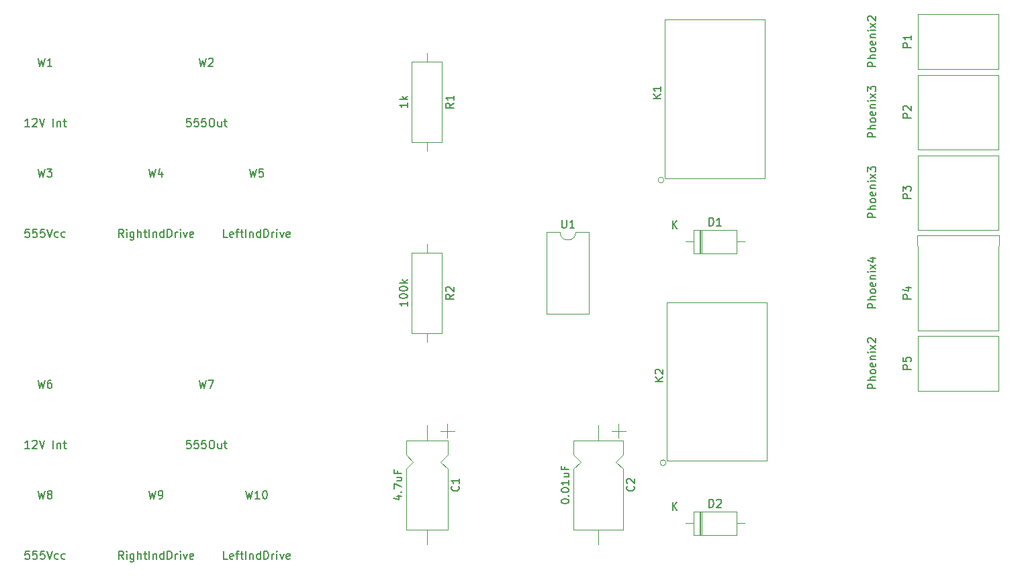
<source format=gbr>
G04 #@! TF.GenerationSoftware,KiCad,Pcbnew,(5.1.4)-1*
G04 #@! TF.CreationDate,2019-09-08T23:44:08+01:00*
G04 #@! TF.ProjectId,lightsBoard,6c696768-7473-4426-9f61-72642e6b6963,rev?*
G04 #@! TF.SameCoordinates,Original*
G04 #@! TF.FileFunction,Legend,Top*
G04 #@! TF.FilePolarity,Positive*
%FSLAX46Y46*%
G04 Gerber Fmt 4.6, Leading zero omitted, Abs format (unit mm)*
G04 Created by KiCad (PCBNEW (5.1.4)-1) date 2019-09-08 23:44:08*
%MOMM*%
%LPD*%
G04 APERTURE LIST*
%ADD10C,0.120000*%
%ADD11C,0.150000*%
G04 APERTURE END LIST*
D10*
X145691000Y-108110000D02*
X145691000Y-109910000D01*
X146591000Y-109010000D02*
X144791000Y-109010000D01*
X145711000Y-110210000D02*
X140471000Y-110210000D01*
X145711000Y-121450000D02*
X140471000Y-121450000D01*
X145711000Y-110210000D02*
X145711000Y-112010000D01*
X145711000Y-112010000D02*
X144811000Y-112910000D01*
X144811000Y-112910000D02*
X145711000Y-113810000D01*
X145711000Y-113810000D02*
X145711000Y-121450000D01*
X140471000Y-110210000D02*
X140471000Y-112010000D01*
X140471000Y-112010000D02*
X141371000Y-112910000D01*
X141371000Y-112910000D02*
X140471000Y-113810000D01*
X140471000Y-113810000D02*
X140471000Y-121450000D01*
X143091000Y-108270000D02*
X143091000Y-110210000D01*
X143091000Y-123390000D02*
X143091000Y-121450000D01*
X167281000Y-108110000D02*
X167281000Y-109910000D01*
X168181000Y-109010000D02*
X166381000Y-109010000D01*
X167801000Y-110210000D02*
X161561000Y-110210000D01*
X167801000Y-121450000D02*
X161561000Y-121450000D01*
X167801000Y-110210000D02*
X167801000Y-112010000D01*
X167801000Y-112010000D02*
X166901000Y-112910000D01*
X166901000Y-112910000D02*
X167801000Y-113810000D01*
X167801000Y-113810000D02*
X167801000Y-121450000D01*
X161561000Y-110210000D02*
X161561000Y-112010000D01*
X161561000Y-112010000D02*
X162461000Y-112910000D01*
X162461000Y-112910000D02*
X161561000Y-113810000D01*
X161561000Y-113810000D02*
X161561000Y-121450000D01*
X164681000Y-108270000D02*
X164681000Y-110210000D01*
X164681000Y-123390000D02*
X164681000Y-121450000D01*
X177473000Y-83643000D02*
X177473000Y-86583000D01*
X177713000Y-83643000D02*
X177713000Y-86583000D01*
X177593000Y-83643000D02*
X177593000Y-86583000D01*
X183153000Y-85113000D02*
X182133000Y-85113000D01*
X175673000Y-85113000D02*
X176693000Y-85113000D01*
X182133000Y-83643000D02*
X176693000Y-83643000D01*
X182133000Y-86583000D02*
X182133000Y-83643000D01*
X176693000Y-86583000D02*
X182133000Y-86583000D01*
X176693000Y-83643000D02*
X176693000Y-86583000D01*
X176693000Y-119203000D02*
X176693000Y-122143000D01*
X176693000Y-122143000D02*
X182133000Y-122143000D01*
X182133000Y-122143000D02*
X182133000Y-119203000D01*
X182133000Y-119203000D02*
X176693000Y-119203000D01*
X175673000Y-120673000D02*
X176693000Y-120673000D01*
X183153000Y-120673000D02*
X182133000Y-120673000D01*
X177593000Y-119203000D02*
X177593000Y-122143000D01*
X177713000Y-119203000D02*
X177713000Y-122143000D01*
X177473000Y-119203000D02*
X177473000Y-122143000D01*
X205003500Y-63332500D02*
X205003500Y-56347500D01*
X205003500Y-56347500D02*
X215163500Y-56411000D01*
X215163500Y-56411000D02*
X215163500Y-63332500D01*
X215163500Y-63332500D02*
X205003500Y-63332500D01*
X205003500Y-73492500D02*
X205003500Y-66507500D01*
X205003500Y-64070000D02*
X215163500Y-64070000D01*
X215163500Y-66571000D02*
X215163500Y-73492500D01*
X215163500Y-73492500D02*
X205003500Y-73492500D01*
X205003500Y-64070000D02*
X205003500Y-66507500D01*
X215163500Y-64070000D02*
X215163500Y-66571000D01*
X215163500Y-74230000D02*
X215163500Y-76731000D01*
X205003500Y-74230000D02*
X205003500Y-76667500D01*
X215163500Y-83652500D02*
X205003500Y-83652500D01*
X215163500Y-76731000D02*
X215163500Y-83652500D01*
X205003500Y-74230000D02*
X215163500Y-74230000D01*
X205003500Y-83652500D02*
X205003500Y-76667500D01*
X205003500Y-96352500D02*
X205003500Y-89367500D01*
X215163500Y-89431000D02*
X215163500Y-96352500D01*
X215163500Y-96352500D02*
X205003500Y-96352500D01*
X205003500Y-86930000D02*
X205003500Y-89367500D01*
X215163500Y-86930000D02*
X215163500Y-89431000D01*
X205003500Y-86930000D02*
X204940000Y-84351000D01*
X204940000Y-84351000D02*
X215227000Y-84351000D01*
X215227000Y-84351000D02*
X215163500Y-86930000D01*
X215163500Y-103972500D02*
X205003500Y-103972500D01*
X215163500Y-97051000D02*
X215163500Y-103972500D01*
X205003500Y-96987500D02*
X215163500Y-97051000D01*
X205003500Y-103972500D02*
X205003500Y-96987500D01*
X143091000Y-73640000D02*
X143091000Y-72530000D01*
X143091000Y-61280000D02*
X143091000Y-62390000D01*
X145011000Y-72530000D02*
X145011000Y-62390000D01*
X141171000Y-72530000D02*
X145011000Y-72530000D01*
X141171000Y-62390000D02*
X141171000Y-72530000D01*
X145011000Y-62390000D02*
X141171000Y-62390000D01*
X145011000Y-86520000D02*
X141171000Y-86520000D01*
X141171000Y-86520000D02*
X141171000Y-96660000D01*
X141171000Y-96660000D02*
X145011000Y-96660000D01*
X145011000Y-96660000D02*
X145011000Y-86520000D01*
X143091000Y-85410000D02*
X143091000Y-86520000D01*
X143091000Y-97770000D02*
X143091000Y-96660000D01*
X161871000Y-83910000D02*
G75*
G02X159871000Y-83910000I-1000000J0D01*
G01*
X159871000Y-83910000D02*
X158221000Y-83910000D01*
X158221000Y-83910000D02*
X158221000Y-94190000D01*
X158221000Y-94190000D02*
X163521000Y-94190000D01*
X163521000Y-94190000D02*
X163521000Y-83910000D01*
X163521000Y-83910000D02*
X161871000Y-83910000D01*
X172975630Y-77340600D02*
G75*
G03X172975630Y-77340600I-369830J0D01*
G01*
X185661400Y-57071400D02*
X185661400Y-77086600D01*
X173113800Y-57071400D02*
X185661400Y-57071400D01*
X173113800Y-77086600D02*
X173113800Y-57071400D01*
X185661400Y-77086600D02*
X173113800Y-77086600D01*
X185915400Y-112773600D02*
X173367800Y-112773600D01*
X173367800Y-112773600D02*
X173367800Y-92758400D01*
X173367800Y-92758400D02*
X185915400Y-92758400D01*
X185915400Y-92758400D02*
X185915400Y-112773600D01*
X173229630Y-113027600D02*
G75*
G03X173229630Y-113027600I-369830J0D01*
G01*
D11*
X147068142Y-115996666D02*
X147115761Y-116044285D01*
X147163380Y-116187142D01*
X147163380Y-116282380D01*
X147115761Y-116425238D01*
X147020523Y-116520476D01*
X146925285Y-116568095D01*
X146734809Y-116615714D01*
X146591952Y-116615714D01*
X146401476Y-116568095D01*
X146306238Y-116520476D01*
X146211000Y-116425238D01*
X146163380Y-116282380D01*
X146163380Y-116187142D01*
X146211000Y-116044285D01*
X146258619Y-115996666D01*
X147163380Y-115044285D02*
X147163380Y-115615714D01*
X147163380Y-115330000D02*
X146163380Y-115330000D01*
X146306238Y-115425238D01*
X146401476Y-115520476D01*
X146449095Y-115615714D01*
X139256714Y-117234761D02*
X139923380Y-117234761D01*
X138875761Y-117472857D02*
X139590047Y-117710952D01*
X139590047Y-117091904D01*
X139828142Y-116710952D02*
X139875761Y-116663333D01*
X139923380Y-116710952D01*
X139875761Y-116758571D01*
X139828142Y-116710952D01*
X139923380Y-116710952D01*
X138923380Y-116330000D02*
X138923380Y-115663333D01*
X139923380Y-116091904D01*
X139256714Y-114853809D02*
X139923380Y-114853809D01*
X139256714Y-115282380D02*
X139780523Y-115282380D01*
X139875761Y-115234761D01*
X139923380Y-115139523D01*
X139923380Y-114996666D01*
X139875761Y-114901428D01*
X139828142Y-114853809D01*
X139399571Y-114044285D02*
X139399571Y-114377619D01*
X139923380Y-114377619D02*
X138923380Y-114377619D01*
X138923380Y-113901428D01*
X169158142Y-115996666D02*
X169205761Y-116044285D01*
X169253380Y-116187142D01*
X169253380Y-116282380D01*
X169205761Y-116425238D01*
X169110523Y-116520476D01*
X169015285Y-116568095D01*
X168824809Y-116615714D01*
X168681952Y-116615714D01*
X168491476Y-116568095D01*
X168396238Y-116520476D01*
X168301000Y-116425238D01*
X168253380Y-116282380D01*
X168253380Y-116187142D01*
X168301000Y-116044285D01*
X168348619Y-115996666D01*
X168348619Y-115615714D02*
X168301000Y-115568095D01*
X168253380Y-115472857D01*
X168253380Y-115234761D01*
X168301000Y-115139523D01*
X168348619Y-115091904D01*
X168443857Y-115044285D01*
X168539095Y-115044285D01*
X168681952Y-115091904D01*
X169253380Y-115663333D01*
X169253380Y-115044285D01*
X160013380Y-117949047D02*
X160013380Y-117853809D01*
X160061000Y-117758571D01*
X160108619Y-117710952D01*
X160203857Y-117663333D01*
X160394333Y-117615714D01*
X160632428Y-117615714D01*
X160822904Y-117663333D01*
X160918142Y-117710952D01*
X160965761Y-117758571D01*
X161013380Y-117853809D01*
X161013380Y-117949047D01*
X160965761Y-118044285D01*
X160918142Y-118091904D01*
X160822904Y-118139523D01*
X160632428Y-118187142D01*
X160394333Y-118187142D01*
X160203857Y-118139523D01*
X160108619Y-118091904D01*
X160061000Y-118044285D01*
X160013380Y-117949047D01*
X160918142Y-117187142D02*
X160965761Y-117139523D01*
X161013380Y-117187142D01*
X160965761Y-117234761D01*
X160918142Y-117187142D01*
X161013380Y-117187142D01*
X160013380Y-116520476D02*
X160013380Y-116425238D01*
X160061000Y-116330000D01*
X160108619Y-116282380D01*
X160203857Y-116234761D01*
X160394333Y-116187142D01*
X160632428Y-116187142D01*
X160822904Y-116234761D01*
X160918142Y-116282380D01*
X160965761Y-116330000D01*
X161013380Y-116425238D01*
X161013380Y-116520476D01*
X160965761Y-116615714D01*
X160918142Y-116663333D01*
X160822904Y-116710952D01*
X160632428Y-116758571D01*
X160394333Y-116758571D01*
X160203857Y-116710952D01*
X160108619Y-116663333D01*
X160061000Y-116615714D01*
X160013380Y-116520476D01*
X161013380Y-115234761D02*
X161013380Y-115806190D01*
X161013380Y-115520476D02*
X160013380Y-115520476D01*
X160156238Y-115615714D01*
X160251476Y-115710952D01*
X160299095Y-115806190D01*
X160346714Y-114377619D02*
X161013380Y-114377619D01*
X160346714Y-114806190D02*
X160870523Y-114806190D01*
X160965761Y-114758571D01*
X161013380Y-114663333D01*
X161013380Y-114520476D01*
X160965761Y-114425238D01*
X160918142Y-114377619D01*
X160489571Y-113568095D02*
X160489571Y-113901428D01*
X161013380Y-113901428D02*
X160013380Y-113901428D01*
X160013380Y-113425238D01*
X178674904Y-83095380D02*
X178674904Y-82095380D01*
X178913000Y-82095380D01*
X179055857Y-82143000D01*
X179151095Y-82238238D01*
X179198714Y-82333476D01*
X179246333Y-82523952D01*
X179246333Y-82666809D01*
X179198714Y-82857285D01*
X179151095Y-82952523D01*
X179055857Y-83047761D01*
X178913000Y-83095380D01*
X178674904Y-83095380D01*
X180198714Y-83095380D02*
X179627285Y-83095380D01*
X179913000Y-83095380D02*
X179913000Y-82095380D01*
X179817761Y-82238238D01*
X179722523Y-82333476D01*
X179627285Y-82381095D01*
X174071095Y-83465380D02*
X174071095Y-82465380D01*
X174642523Y-83465380D02*
X174213952Y-82893952D01*
X174642523Y-82465380D02*
X174071095Y-83036809D01*
X178674904Y-118655380D02*
X178674904Y-117655380D01*
X178913000Y-117655380D01*
X179055857Y-117703000D01*
X179151095Y-117798238D01*
X179198714Y-117893476D01*
X179246333Y-118083952D01*
X179246333Y-118226809D01*
X179198714Y-118417285D01*
X179151095Y-118512523D01*
X179055857Y-118607761D01*
X178913000Y-118655380D01*
X178674904Y-118655380D01*
X179627285Y-117750619D02*
X179674904Y-117703000D01*
X179770142Y-117655380D01*
X180008238Y-117655380D01*
X180103476Y-117703000D01*
X180151095Y-117750619D01*
X180198714Y-117845857D01*
X180198714Y-117941095D01*
X180151095Y-118083952D01*
X179579666Y-118655380D01*
X180198714Y-118655380D01*
X174071095Y-119025380D02*
X174071095Y-118025380D01*
X174642523Y-119025380D02*
X174213952Y-118453952D01*
X174642523Y-118025380D02*
X174071095Y-118596809D01*
X204122380Y-60578095D02*
X203122380Y-60578095D01*
X203122380Y-60197142D01*
X203170000Y-60101904D01*
X203217619Y-60054285D01*
X203312857Y-60006666D01*
X203455714Y-60006666D01*
X203550952Y-60054285D01*
X203598571Y-60101904D01*
X203646190Y-60197142D01*
X203646190Y-60578095D01*
X204122380Y-59054285D02*
X204122380Y-59625714D01*
X204122380Y-59340000D02*
X203122380Y-59340000D01*
X203265238Y-59435238D01*
X203360476Y-59530476D01*
X203408095Y-59625714D01*
X199677380Y-63006666D02*
X198677380Y-63006666D01*
X198677380Y-62625714D01*
X198725000Y-62530476D01*
X198772619Y-62482857D01*
X198867857Y-62435238D01*
X199010714Y-62435238D01*
X199105952Y-62482857D01*
X199153571Y-62530476D01*
X199201190Y-62625714D01*
X199201190Y-63006666D01*
X199677380Y-62006666D02*
X198677380Y-62006666D01*
X199677380Y-61578095D02*
X199153571Y-61578095D01*
X199058333Y-61625714D01*
X199010714Y-61720952D01*
X199010714Y-61863809D01*
X199058333Y-61959047D01*
X199105952Y-62006666D01*
X199677380Y-60959047D02*
X199629761Y-61054285D01*
X199582142Y-61101904D01*
X199486904Y-61149523D01*
X199201190Y-61149523D01*
X199105952Y-61101904D01*
X199058333Y-61054285D01*
X199010714Y-60959047D01*
X199010714Y-60816190D01*
X199058333Y-60720952D01*
X199105952Y-60673333D01*
X199201190Y-60625714D01*
X199486904Y-60625714D01*
X199582142Y-60673333D01*
X199629761Y-60720952D01*
X199677380Y-60816190D01*
X199677380Y-60959047D01*
X199629761Y-59816190D02*
X199677380Y-59911428D01*
X199677380Y-60101904D01*
X199629761Y-60197142D01*
X199534523Y-60244761D01*
X199153571Y-60244761D01*
X199058333Y-60197142D01*
X199010714Y-60101904D01*
X199010714Y-59911428D01*
X199058333Y-59816190D01*
X199153571Y-59768571D01*
X199248809Y-59768571D01*
X199344047Y-60244761D01*
X199010714Y-59340000D02*
X199677380Y-59340000D01*
X199105952Y-59340000D02*
X199058333Y-59292380D01*
X199010714Y-59197142D01*
X199010714Y-59054285D01*
X199058333Y-58959047D01*
X199153571Y-58911428D01*
X199677380Y-58911428D01*
X199677380Y-58435238D02*
X199010714Y-58435238D01*
X198677380Y-58435238D02*
X198725000Y-58482857D01*
X198772619Y-58435238D01*
X198725000Y-58387619D01*
X198677380Y-58435238D01*
X198772619Y-58435238D01*
X199677380Y-58054285D02*
X199010714Y-57530476D01*
X199010714Y-58054285D02*
X199677380Y-57530476D01*
X198772619Y-57197142D02*
X198725000Y-57149523D01*
X198677380Y-57054285D01*
X198677380Y-56816190D01*
X198725000Y-56720952D01*
X198772619Y-56673333D01*
X198867857Y-56625714D01*
X198963095Y-56625714D01*
X199105952Y-56673333D01*
X199677380Y-57244761D01*
X199677380Y-56625714D01*
X204122380Y-69468095D02*
X203122380Y-69468095D01*
X203122380Y-69087142D01*
X203170000Y-68991904D01*
X203217619Y-68944285D01*
X203312857Y-68896666D01*
X203455714Y-68896666D01*
X203550952Y-68944285D01*
X203598571Y-68991904D01*
X203646190Y-69087142D01*
X203646190Y-69468095D01*
X203217619Y-68515714D02*
X203170000Y-68468095D01*
X203122380Y-68372857D01*
X203122380Y-68134761D01*
X203170000Y-68039523D01*
X203217619Y-67991904D01*
X203312857Y-67944285D01*
X203408095Y-67944285D01*
X203550952Y-67991904D01*
X204122380Y-68563333D01*
X204122380Y-67944285D01*
X199677380Y-71896666D02*
X198677380Y-71896666D01*
X198677380Y-71515714D01*
X198725000Y-71420476D01*
X198772619Y-71372857D01*
X198867857Y-71325238D01*
X199010714Y-71325238D01*
X199105952Y-71372857D01*
X199153571Y-71420476D01*
X199201190Y-71515714D01*
X199201190Y-71896666D01*
X199677380Y-70896666D02*
X198677380Y-70896666D01*
X199677380Y-70468095D02*
X199153571Y-70468095D01*
X199058333Y-70515714D01*
X199010714Y-70610952D01*
X199010714Y-70753809D01*
X199058333Y-70849047D01*
X199105952Y-70896666D01*
X199677380Y-69849047D02*
X199629761Y-69944285D01*
X199582142Y-69991904D01*
X199486904Y-70039523D01*
X199201190Y-70039523D01*
X199105952Y-69991904D01*
X199058333Y-69944285D01*
X199010714Y-69849047D01*
X199010714Y-69706190D01*
X199058333Y-69610952D01*
X199105952Y-69563333D01*
X199201190Y-69515714D01*
X199486904Y-69515714D01*
X199582142Y-69563333D01*
X199629761Y-69610952D01*
X199677380Y-69706190D01*
X199677380Y-69849047D01*
X199629761Y-68706190D02*
X199677380Y-68801428D01*
X199677380Y-68991904D01*
X199629761Y-69087142D01*
X199534523Y-69134761D01*
X199153571Y-69134761D01*
X199058333Y-69087142D01*
X199010714Y-68991904D01*
X199010714Y-68801428D01*
X199058333Y-68706190D01*
X199153571Y-68658571D01*
X199248809Y-68658571D01*
X199344047Y-69134761D01*
X199010714Y-68230000D02*
X199677380Y-68230000D01*
X199105952Y-68230000D02*
X199058333Y-68182380D01*
X199010714Y-68087142D01*
X199010714Y-67944285D01*
X199058333Y-67849047D01*
X199153571Y-67801428D01*
X199677380Y-67801428D01*
X199677380Y-67325238D02*
X199010714Y-67325238D01*
X198677380Y-67325238D02*
X198725000Y-67372857D01*
X198772619Y-67325238D01*
X198725000Y-67277619D01*
X198677380Y-67325238D01*
X198772619Y-67325238D01*
X199677380Y-66944285D02*
X199010714Y-66420476D01*
X199010714Y-66944285D02*
X199677380Y-66420476D01*
X198677380Y-66134761D02*
X198677380Y-65515714D01*
X199058333Y-65849047D01*
X199058333Y-65706190D01*
X199105952Y-65610952D01*
X199153571Y-65563333D01*
X199248809Y-65515714D01*
X199486904Y-65515714D01*
X199582142Y-65563333D01*
X199629761Y-65610952D01*
X199677380Y-65706190D01*
X199677380Y-65991904D01*
X199629761Y-66087142D01*
X199582142Y-66134761D01*
X204122380Y-79628095D02*
X203122380Y-79628095D01*
X203122380Y-79247142D01*
X203170000Y-79151904D01*
X203217619Y-79104285D01*
X203312857Y-79056666D01*
X203455714Y-79056666D01*
X203550952Y-79104285D01*
X203598571Y-79151904D01*
X203646190Y-79247142D01*
X203646190Y-79628095D01*
X203122380Y-78723333D02*
X203122380Y-78104285D01*
X203503333Y-78437619D01*
X203503333Y-78294761D01*
X203550952Y-78199523D01*
X203598571Y-78151904D01*
X203693809Y-78104285D01*
X203931904Y-78104285D01*
X204027142Y-78151904D01*
X204074761Y-78199523D01*
X204122380Y-78294761D01*
X204122380Y-78580476D01*
X204074761Y-78675714D01*
X204027142Y-78723333D01*
X199677380Y-82056666D02*
X198677380Y-82056666D01*
X198677380Y-81675714D01*
X198725000Y-81580476D01*
X198772619Y-81532857D01*
X198867857Y-81485238D01*
X199010714Y-81485238D01*
X199105952Y-81532857D01*
X199153571Y-81580476D01*
X199201190Y-81675714D01*
X199201190Y-82056666D01*
X199677380Y-81056666D02*
X198677380Y-81056666D01*
X199677380Y-80628095D02*
X199153571Y-80628095D01*
X199058333Y-80675714D01*
X199010714Y-80770952D01*
X199010714Y-80913809D01*
X199058333Y-81009047D01*
X199105952Y-81056666D01*
X199677380Y-80009047D02*
X199629761Y-80104285D01*
X199582142Y-80151904D01*
X199486904Y-80199523D01*
X199201190Y-80199523D01*
X199105952Y-80151904D01*
X199058333Y-80104285D01*
X199010714Y-80009047D01*
X199010714Y-79866190D01*
X199058333Y-79770952D01*
X199105952Y-79723333D01*
X199201190Y-79675714D01*
X199486904Y-79675714D01*
X199582142Y-79723333D01*
X199629761Y-79770952D01*
X199677380Y-79866190D01*
X199677380Y-80009047D01*
X199629761Y-78866190D02*
X199677380Y-78961428D01*
X199677380Y-79151904D01*
X199629761Y-79247142D01*
X199534523Y-79294761D01*
X199153571Y-79294761D01*
X199058333Y-79247142D01*
X199010714Y-79151904D01*
X199010714Y-78961428D01*
X199058333Y-78866190D01*
X199153571Y-78818571D01*
X199248809Y-78818571D01*
X199344047Y-79294761D01*
X199010714Y-78390000D02*
X199677380Y-78390000D01*
X199105952Y-78390000D02*
X199058333Y-78342380D01*
X199010714Y-78247142D01*
X199010714Y-78104285D01*
X199058333Y-78009047D01*
X199153571Y-77961428D01*
X199677380Y-77961428D01*
X199677380Y-77485238D02*
X199010714Y-77485238D01*
X198677380Y-77485238D02*
X198725000Y-77532857D01*
X198772619Y-77485238D01*
X198725000Y-77437619D01*
X198677380Y-77485238D01*
X198772619Y-77485238D01*
X199677380Y-77104285D02*
X199010714Y-76580476D01*
X199010714Y-77104285D02*
X199677380Y-76580476D01*
X198677380Y-76294761D02*
X198677380Y-75675714D01*
X199058333Y-76009047D01*
X199058333Y-75866190D01*
X199105952Y-75770952D01*
X199153571Y-75723333D01*
X199248809Y-75675714D01*
X199486904Y-75675714D01*
X199582142Y-75723333D01*
X199629761Y-75770952D01*
X199677380Y-75866190D01*
X199677380Y-76151904D01*
X199629761Y-76247142D01*
X199582142Y-76294761D01*
X204122380Y-92328095D02*
X203122380Y-92328095D01*
X203122380Y-91947142D01*
X203170000Y-91851904D01*
X203217619Y-91804285D01*
X203312857Y-91756666D01*
X203455714Y-91756666D01*
X203550952Y-91804285D01*
X203598571Y-91851904D01*
X203646190Y-91947142D01*
X203646190Y-92328095D01*
X203455714Y-90899523D02*
X204122380Y-90899523D01*
X203074761Y-91137619D02*
X203789047Y-91375714D01*
X203789047Y-90756666D01*
X199677380Y-93486666D02*
X198677380Y-93486666D01*
X198677380Y-93105714D01*
X198725000Y-93010476D01*
X198772619Y-92962857D01*
X198867857Y-92915238D01*
X199010714Y-92915238D01*
X199105952Y-92962857D01*
X199153571Y-93010476D01*
X199201190Y-93105714D01*
X199201190Y-93486666D01*
X199677380Y-92486666D02*
X198677380Y-92486666D01*
X199677380Y-92058095D02*
X199153571Y-92058095D01*
X199058333Y-92105714D01*
X199010714Y-92200952D01*
X199010714Y-92343809D01*
X199058333Y-92439047D01*
X199105952Y-92486666D01*
X199677380Y-91439047D02*
X199629761Y-91534285D01*
X199582142Y-91581904D01*
X199486904Y-91629523D01*
X199201190Y-91629523D01*
X199105952Y-91581904D01*
X199058333Y-91534285D01*
X199010714Y-91439047D01*
X199010714Y-91296190D01*
X199058333Y-91200952D01*
X199105952Y-91153333D01*
X199201190Y-91105714D01*
X199486904Y-91105714D01*
X199582142Y-91153333D01*
X199629761Y-91200952D01*
X199677380Y-91296190D01*
X199677380Y-91439047D01*
X199629761Y-90296190D02*
X199677380Y-90391428D01*
X199677380Y-90581904D01*
X199629761Y-90677142D01*
X199534523Y-90724761D01*
X199153571Y-90724761D01*
X199058333Y-90677142D01*
X199010714Y-90581904D01*
X199010714Y-90391428D01*
X199058333Y-90296190D01*
X199153571Y-90248571D01*
X199248809Y-90248571D01*
X199344047Y-90724761D01*
X199010714Y-89820000D02*
X199677380Y-89820000D01*
X199105952Y-89820000D02*
X199058333Y-89772380D01*
X199010714Y-89677142D01*
X199010714Y-89534285D01*
X199058333Y-89439047D01*
X199153571Y-89391428D01*
X199677380Y-89391428D01*
X199677380Y-88915238D02*
X199010714Y-88915238D01*
X198677380Y-88915238D02*
X198725000Y-88962857D01*
X198772619Y-88915238D01*
X198725000Y-88867619D01*
X198677380Y-88915238D01*
X198772619Y-88915238D01*
X199677380Y-88534285D02*
X199010714Y-88010476D01*
X199010714Y-88534285D02*
X199677380Y-88010476D01*
X199010714Y-87200952D02*
X199677380Y-87200952D01*
X198629761Y-87439047D02*
X199344047Y-87677142D01*
X199344047Y-87058095D01*
X204122380Y-101218095D02*
X203122380Y-101218095D01*
X203122380Y-100837142D01*
X203170000Y-100741904D01*
X203217619Y-100694285D01*
X203312857Y-100646666D01*
X203455714Y-100646666D01*
X203550952Y-100694285D01*
X203598571Y-100741904D01*
X203646190Y-100837142D01*
X203646190Y-101218095D01*
X203122380Y-99741904D02*
X203122380Y-100218095D01*
X203598571Y-100265714D01*
X203550952Y-100218095D01*
X203503333Y-100122857D01*
X203503333Y-99884761D01*
X203550952Y-99789523D01*
X203598571Y-99741904D01*
X203693809Y-99694285D01*
X203931904Y-99694285D01*
X204027142Y-99741904D01*
X204074761Y-99789523D01*
X204122380Y-99884761D01*
X204122380Y-100122857D01*
X204074761Y-100218095D01*
X204027142Y-100265714D01*
X199677380Y-103646666D02*
X198677380Y-103646666D01*
X198677380Y-103265714D01*
X198725000Y-103170476D01*
X198772619Y-103122857D01*
X198867857Y-103075238D01*
X199010714Y-103075238D01*
X199105952Y-103122857D01*
X199153571Y-103170476D01*
X199201190Y-103265714D01*
X199201190Y-103646666D01*
X199677380Y-102646666D02*
X198677380Y-102646666D01*
X199677380Y-102218095D02*
X199153571Y-102218095D01*
X199058333Y-102265714D01*
X199010714Y-102360952D01*
X199010714Y-102503809D01*
X199058333Y-102599047D01*
X199105952Y-102646666D01*
X199677380Y-101599047D02*
X199629761Y-101694285D01*
X199582142Y-101741904D01*
X199486904Y-101789523D01*
X199201190Y-101789523D01*
X199105952Y-101741904D01*
X199058333Y-101694285D01*
X199010714Y-101599047D01*
X199010714Y-101456190D01*
X199058333Y-101360952D01*
X199105952Y-101313333D01*
X199201190Y-101265714D01*
X199486904Y-101265714D01*
X199582142Y-101313333D01*
X199629761Y-101360952D01*
X199677380Y-101456190D01*
X199677380Y-101599047D01*
X199629761Y-100456190D02*
X199677380Y-100551428D01*
X199677380Y-100741904D01*
X199629761Y-100837142D01*
X199534523Y-100884761D01*
X199153571Y-100884761D01*
X199058333Y-100837142D01*
X199010714Y-100741904D01*
X199010714Y-100551428D01*
X199058333Y-100456190D01*
X199153571Y-100408571D01*
X199248809Y-100408571D01*
X199344047Y-100884761D01*
X199010714Y-99980000D02*
X199677380Y-99980000D01*
X199105952Y-99980000D02*
X199058333Y-99932380D01*
X199010714Y-99837142D01*
X199010714Y-99694285D01*
X199058333Y-99599047D01*
X199153571Y-99551428D01*
X199677380Y-99551428D01*
X199677380Y-99075238D02*
X199010714Y-99075238D01*
X198677380Y-99075238D02*
X198725000Y-99122857D01*
X198772619Y-99075238D01*
X198725000Y-99027619D01*
X198677380Y-99075238D01*
X198772619Y-99075238D01*
X199677380Y-98694285D02*
X199010714Y-98170476D01*
X199010714Y-98694285D02*
X199677380Y-98170476D01*
X198772619Y-97837142D02*
X198725000Y-97789523D01*
X198677380Y-97694285D01*
X198677380Y-97456190D01*
X198725000Y-97360952D01*
X198772619Y-97313333D01*
X198867857Y-97265714D01*
X198963095Y-97265714D01*
X199105952Y-97313333D01*
X199677380Y-97884761D01*
X199677380Y-97265714D01*
X146463380Y-67626666D02*
X145987190Y-67960000D01*
X146463380Y-68198095D02*
X145463380Y-68198095D01*
X145463380Y-67817142D01*
X145511000Y-67721904D01*
X145558619Y-67674285D01*
X145653857Y-67626666D01*
X145796714Y-67626666D01*
X145891952Y-67674285D01*
X145939571Y-67721904D01*
X145987190Y-67817142D01*
X145987190Y-68198095D01*
X146463380Y-66674285D02*
X146463380Y-67245714D01*
X146463380Y-66960000D02*
X145463380Y-66960000D01*
X145606238Y-67055238D01*
X145701476Y-67150476D01*
X145749095Y-67245714D01*
X140623380Y-67579047D02*
X140623380Y-68150476D01*
X140623380Y-67864761D02*
X139623380Y-67864761D01*
X139766238Y-67960000D01*
X139861476Y-68055238D01*
X139909095Y-68150476D01*
X140623380Y-67150476D02*
X139623380Y-67150476D01*
X140242428Y-67055238D02*
X140623380Y-66769523D01*
X139956714Y-66769523D02*
X140337666Y-67150476D01*
X146463380Y-91756666D02*
X145987190Y-92090000D01*
X146463380Y-92328095D02*
X145463380Y-92328095D01*
X145463380Y-91947142D01*
X145511000Y-91851904D01*
X145558619Y-91804285D01*
X145653857Y-91756666D01*
X145796714Y-91756666D01*
X145891952Y-91804285D01*
X145939571Y-91851904D01*
X145987190Y-91947142D01*
X145987190Y-92328095D01*
X145558619Y-91375714D02*
X145511000Y-91328095D01*
X145463380Y-91232857D01*
X145463380Y-90994761D01*
X145511000Y-90899523D01*
X145558619Y-90851904D01*
X145653857Y-90804285D01*
X145749095Y-90804285D01*
X145891952Y-90851904D01*
X146463380Y-91423333D01*
X146463380Y-90804285D01*
X140623380Y-92661428D02*
X140623380Y-93232857D01*
X140623380Y-92947142D02*
X139623380Y-92947142D01*
X139766238Y-93042380D01*
X139861476Y-93137619D01*
X139909095Y-93232857D01*
X139623380Y-92042380D02*
X139623380Y-91947142D01*
X139671000Y-91851904D01*
X139718619Y-91804285D01*
X139813857Y-91756666D01*
X140004333Y-91709047D01*
X140242428Y-91709047D01*
X140432904Y-91756666D01*
X140528142Y-91804285D01*
X140575761Y-91851904D01*
X140623380Y-91947142D01*
X140623380Y-92042380D01*
X140575761Y-92137619D01*
X140528142Y-92185238D01*
X140432904Y-92232857D01*
X140242428Y-92280476D01*
X140004333Y-92280476D01*
X139813857Y-92232857D01*
X139718619Y-92185238D01*
X139671000Y-92137619D01*
X139623380Y-92042380D01*
X139623380Y-91090000D02*
X139623380Y-90994761D01*
X139671000Y-90899523D01*
X139718619Y-90851904D01*
X139813857Y-90804285D01*
X140004333Y-90756666D01*
X140242428Y-90756666D01*
X140432904Y-90804285D01*
X140528142Y-90851904D01*
X140575761Y-90899523D01*
X140623380Y-90994761D01*
X140623380Y-91090000D01*
X140575761Y-91185238D01*
X140528142Y-91232857D01*
X140432904Y-91280476D01*
X140242428Y-91328095D01*
X140004333Y-91328095D01*
X139813857Y-91280476D01*
X139718619Y-91232857D01*
X139671000Y-91185238D01*
X139623380Y-91090000D01*
X140623380Y-90328095D02*
X139623380Y-90328095D01*
X140242428Y-90232857D02*
X140623380Y-89947142D01*
X139956714Y-89947142D02*
X140337666Y-90328095D01*
X160109095Y-82362380D02*
X160109095Y-83171904D01*
X160156714Y-83267142D01*
X160204333Y-83314761D01*
X160299571Y-83362380D01*
X160490047Y-83362380D01*
X160585285Y-83314761D01*
X160632904Y-83267142D01*
X160680523Y-83171904D01*
X160680523Y-82362380D01*
X161680523Y-83362380D02*
X161109095Y-83362380D01*
X161394809Y-83362380D02*
X161394809Y-82362380D01*
X161299571Y-82505238D01*
X161204333Y-82600476D01*
X161109095Y-82648095D01*
X94053238Y-61959380D02*
X94291333Y-62959380D01*
X94481809Y-62245095D01*
X94672285Y-62959380D01*
X94910380Y-61959380D01*
X95815142Y-62959380D02*
X95243714Y-62959380D01*
X95529428Y-62959380D02*
X95529428Y-61959380D01*
X95434190Y-62102238D01*
X95338952Y-62197476D01*
X95243714Y-62245095D01*
X92981809Y-70579380D02*
X92410380Y-70579380D01*
X92696095Y-70579380D02*
X92696095Y-69579380D01*
X92600857Y-69722238D01*
X92505619Y-69817476D01*
X92410380Y-69865095D01*
X93362761Y-69674619D02*
X93410380Y-69627000D01*
X93505619Y-69579380D01*
X93743714Y-69579380D01*
X93838952Y-69627000D01*
X93886571Y-69674619D01*
X93934190Y-69769857D01*
X93934190Y-69865095D01*
X93886571Y-70007952D01*
X93315142Y-70579380D01*
X93934190Y-70579380D01*
X94219904Y-69579380D02*
X94553238Y-70579380D01*
X94886571Y-69579380D01*
X95981809Y-70579380D02*
X95981809Y-69579380D01*
X96458000Y-69912714D02*
X96458000Y-70579380D01*
X96458000Y-70007952D02*
X96505619Y-69960333D01*
X96600857Y-69912714D01*
X96743714Y-69912714D01*
X96838952Y-69960333D01*
X96886571Y-70055571D01*
X96886571Y-70579380D01*
X97219904Y-69912714D02*
X97600857Y-69912714D01*
X97362761Y-69579380D02*
X97362761Y-70436523D01*
X97410380Y-70531761D01*
X97505619Y-70579380D01*
X97600857Y-70579380D01*
X114373238Y-61959380D02*
X114611333Y-62959380D01*
X114801809Y-62245095D01*
X114992285Y-62959380D01*
X115230380Y-61959380D01*
X115563714Y-62054619D02*
X115611333Y-62007000D01*
X115706571Y-61959380D01*
X115944666Y-61959380D01*
X116039904Y-62007000D01*
X116087523Y-62054619D01*
X116135142Y-62149857D01*
X116135142Y-62245095D01*
X116087523Y-62387952D01*
X115516095Y-62959380D01*
X116135142Y-62959380D01*
X113301809Y-69579380D02*
X112825619Y-69579380D01*
X112778000Y-70055571D01*
X112825619Y-70007952D01*
X112920857Y-69960333D01*
X113158952Y-69960333D01*
X113254190Y-70007952D01*
X113301809Y-70055571D01*
X113349428Y-70150809D01*
X113349428Y-70388904D01*
X113301809Y-70484142D01*
X113254190Y-70531761D01*
X113158952Y-70579380D01*
X112920857Y-70579380D01*
X112825619Y-70531761D01*
X112778000Y-70484142D01*
X114254190Y-69579380D02*
X113778000Y-69579380D01*
X113730380Y-70055571D01*
X113778000Y-70007952D01*
X113873238Y-69960333D01*
X114111333Y-69960333D01*
X114206571Y-70007952D01*
X114254190Y-70055571D01*
X114301809Y-70150809D01*
X114301809Y-70388904D01*
X114254190Y-70484142D01*
X114206571Y-70531761D01*
X114111333Y-70579380D01*
X113873238Y-70579380D01*
X113778000Y-70531761D01*
X113730380Y-70484142D01*
X115206571Y-69579380D02*
X114730380Y-69579380D01*
X114682761Y-70055571D01*
X114730380Y-70007952D01*
X114825619Y-69960333D01*
X115063714Y-69960333D01*
X115158952Y-70007952D01*
X115206571Y-70055571D01*
X115254190Y-70150809D01*
X115254190Y-70388904D01*
X115206571Y-70484142D01*
X115158952Y-70531761D01*
X115063714Y-70579380D01*
X114825619Y-70579380D01*
X114730380Y-70531761D01*
X114682761Y-70484142D01*
X115873238Y-69579380D02*
X116063714Y-69579380D01*
X116158952Y-69627000D01*
X116254190Y-69722238D01*
X116301809Y-69912714D01*
X116301809Y-70246047D01*
X116254190Y-70436523D01*
X116158952Y-70531761D01*
X116063714Y-70579380D01*
X115873238Y-70579380D01*
X115778000Y-70531761D01*
X115682761Y-70436523D01*
X115635142Y-70246047D01*
X115635142Y-69912714D01*
X115682761Y-69722238D01*
X115778000Y-69627000D01*
X115873238Y-69579380D01*
X117158952Y-69912714D02*
X117158952Y-70579380D01*
X116730380Y-69912714D02*
X116730380Y-70436523D01*
X116778000Y-70531761D01*
X116873238Y-70579380D01*
X117016095Y-70579380D01*
X117111333Y-70531761D01*
X117158952Y-70484142D01*
X117492285Y-69912714D02*
X117873238Y-69912714D01*
X117635142Y-69579380D02*
X117635142Y-70436523D01*
X117682761Y-70531761D01*
X117778000Y-70579380D01*
X117873238Y-70579380D01*
X94053238Y-75929380D02*
X94291333Y-76929380D01*
X94481809Y-76215095D01*
X94672285Y-76929380D01*
X94910380Y-75929380D01*
X95196095Y-75929380D02*
X95815142Y-75929380D01*
X95481809Y-76310333D01*
X95624666Y-76310333D01*
X95719904Y-76357952D01*
X95767523Y-76405571D01*
X95815142Y-76500809D01*
X95815142Y-76738904D01*
X95767523Y-76834142D01*
X95719904Y-76881761D01*
X95624666Y-76929380D01*
X95338952Y-76929380D01*
X95243714Y-76881761D01*
X95196095Y-76834142D01*
X92958000Y-83549380D02*
X92481809Y-83549380D01*
X92434190Y-84025571D01*
X92481809Y-83977952D01*
X92577047Y-83930333D01*
X92815142Y-83930333D01*
X92910380Y-83977952D01*
X92958000Y-84025571D01*
X93005619Y-84120809D01*
X93005619Y-84358904D01*
X92958000Y-84454142D01*
X92910380Y-84501761D01*
X92815142Y-84549380D01*
X92577047Y-84549380D01*
X92481809Y-84501761D01*
X92434190Y-84454142D01*
X93910380Y-83549380D02*
X93434190Y-83549380D01*
X93386571Y-84025571D01*
X93434190Y-83977952D01*
X93529428Y-83930333D01*
X93767523Y-83930333D01*
X93862761Y-83977952D01*
X93910380Y-84025571D01*
X93958000Y-84120809D01*
X93958000Y-84358904D01*
X93910380Y-84454142D01*
X93862761Y-84501761D01*
X93767523Y-84549380D01*
X93529428Y-84549380D01*
X93434190Y-84501761D01*
X93386571Y-84454142D01*
X94862761Y-83549380D02*
X94386571Y-83549380D01*
X94338952Y-84025571D01*
X94386571Y-83977952D01*
X94481809Y-83930333D01*
X94719904Y-83930333D01*
X94815142Y-83977952D01*
X94862761Y-84025571D01*
X94910380Y-84120809D01*
X94910380Y-84358904D01*
X94862761Y-84454142D01*
X94815142Y-84501761D01*
X94719904Y-84549380D01*
X94481809Y-84549380D01*
X94386571Y-84501761D01*
X94338952Y-84454142D01*
X95196095Y-83549380D02*
X95529428Y-84549380D01*
X95862761Y-83549380D01*
X96624666Y-84501761D02*
X96529428Y-84549380D01*
X96338952Y-84549380D01*
X96243714Y-84501761D01*
X96196095Y-84454142D01*
X96148476Y-84358904D01*
X96148476Y-84073190D01*
X96196095Y-83977952D01*
X96243714Y-83930333D01*
X96338952Y-83882714D01*
X96529428Y-83882714D01*
X96624666Y-83930333D01*
X97481809Y-84501761D02*
X97386571Y-84549380D01*
X97196095Y-84549380D01*
X97100857Y-84501761D01*
X97053238Y-84454142D01*
X97005619Y-84358904D01*
X97005619Y-84073190D01*
X97053238Y-83977952D01*
X97100857Y-83930333D01*
X97196095Y-83882714D01*
X97386571Y-83882714D01*
X97481809Y-83930333D01*
X108023238Y-75929380D02*
X108261333Y-76929380D01*
X108451809Y-76215095D01*
X108642285Y-76929380D01*
X108880380Y-75929380D01*
X109689904Y-76262714D02*
X109689904Y-76929380D01*
X109451809Y-75881761D02*
X109213714Y-76596047D01*
X109832761Y-76596047D01*
X104808952Y-84549380D02*
X104475619Y-84073190D01*
X104237523Y-84549380D02*
X104237523Y-83549380D01*
X104618476Y-83549380D01*
X104713714Y-83597000D01*
X104761333Y-83644619D01*
X104808952Y-83739857D01*
X104808952Y-83882714D01*
X104761333Y-83977952D01*
X104713714Y-84025571D01*
X104618476Y-84073190D01*
X104237523Y-84073190D01*
X105237523Y-84549380D02*
X105237523Y-83882714D01*
X105237523Y-83549380D02*
X105189904Y-83597000D01*
X105237523Y-83644619D01*
X105285142Y-83597000D01*
X105237523Y-83549380D01*
X105237523Y-83644619D01*
X106142285Y-83882714D02*
X106142285Y-84692238D01*
X106094666Y-84787476D01*
X106047047Y-84835095D01*
X105951809Y-84882714D01*
X105808952Y-84882714D01*
X105713714Y-84835095D01*
X106142285Y-84501761D02*
X106047047Y-84549380D01*
X105856571Y-84549380D01*
X105761333Y-84501761D01*
X105713714Y-84454142D01*
X105666095Y-84358904D01*
X105666095Y-84073190D01*
X105713714Y-83977952D01*
X105761333Y-83930333D01*
X105856571Y-83882714D01*
X106047047Y-83882714D01*
X106142285Y-83930333D01*
X106618476Y-84549380D02*
X106618476Y-83549380D01*
X107047047Y-84549380D02*
X107047047Y-84025571D01*
X106999428Y-83930333D01*
X106904190Y-83882714D01*
X106761333Y-83882714D01*
X106666095Y-83930333D01*
X106618476Y-83977952D01*
X107380380Y-83882714D02*
X107761333Y-83882714D01*
X107523238Y-83549380D02*
X107523238Y-84406523D01*
X107570857Y-84501761D01*
X107666095Y-84549380D01*
X107761333Y-84549380D01*
X108094666Y-84549380D02*
X108094666Y-83549380D01*
X108570857Y-83882714D02*
X108570857Y-84549380D01*
X108570857Y-83977952D02*
X108618476Y-83930333D01*
X108713714Y-83882714D01*
X108856571Y-83882714D01*
X108951809Y-83930333D01*
X108999428Y-84025571D01*
X108999428Y-84549380D01*
X109904190Y-84549380D02*
X109904190Y-83549380D01*
X109904190Y-84501761D02*
X109808952Y-84549380D01*
X109618476Y-84549380D01*
X109523238Y-84501761D01*
X109475619Y-84454142D01*
X109428000Y-84358904D01*
X109428000Y-84073190D01*
X109475619Y-83977952D01*
X109523238Y-83930333D01*
X109618476Y-83882714D01*
X109808952Y-83882714D01*
X109904190Y-83930333D01*
X110380380Y-84549380D02*
X110380380Y-83549380D01*
X110618476Y-83549380D01*
X110761333Y-83597000D01*
X110856571Y-83692238D01*
X110904190Y-83787476D01*
X110951809Y-83977952D01*
X110951809Y-84120809D01*
X110904190Y-84311285D01*
X110856571Y-84406523D01*
X110761333Y-84501761D01*
X110618476Y-84549380D01*
X110380380Y-84549380D01*
X111380380Y-84549380D02*
X111380380Y-83882714D01*
X111380380Y-84073190D02*
X111428000Y-83977952D01*
X111475619Y-83930333D01*
X111570857Y-83882714D01*
X111666095Y-83882714D01*
X111999428Y-84549380D02*
X111999428Y-83882714D01*
X111999428Y-83549380D02*
X111951809Y-83597000D01*
X111999428Y-83644619D01*
X112047047Y-83597000D01*
X111999428Y-83549380D01*
X111999428Y-83644619D01*
X112380380Y-83882714D02*
X112618476Y-84549380D01*
X112856571Y-83882714D01*
X113618476Y-84501761D02*
X113523238Y-84549380D01*
X113332761Y-84549380D01*
X113237523Y-84501761D01*
X113189904Y-84406523D01*
X113189904Y-84025571D01*
X113237523Y-83930333D01*
X113332761Y-83882714D01*
X113523238Y-83882714D01*
X113618476Y-83930333D01*
X113666095Y-84025571D01*
X113666095Y-84120809D01*
X113189904Y-84216047D01*
X120723238Y-75929380D02*
X120961333Y-76929380D01*
X121151809Y-76215095D01*
X121342285Y-76929380D01*
X121580380Y-75929380D01*
X122437523Y-75929380D02*
X121961333Y-75929380D01*
X121913714Y-76405571D01*
X121961333Y-76357952D01*
X122056571Y-76310333D01*
X122294666Y-76310333D01*
X122389904Y-76357952D01*
X122437523Y-76405571D01*
X122485142Y-76500809D01*
X122485142Y-76738904D01*
X122437523Y-76834142D01*
X122389904Y-76881761D01*
X122294666Y-76929380D01*
X122056571Y-76929380D01*
X121961333Y-76881761D01*
X121913714Y-76834142D01*
X117937523Y-84549380D02*
X117461333Y-84549380D01*
X117461333Y-83549380D01*
X118651809Y-84501761D02*
X118556571Y-84549380D01*
X118366095Y-84549380D01*
X118270857Y-84501761D01*
X118223238Y-84406523D01*
X118223238Y-84025571D01*
X118270857Y-83930333D01*
X118366095Y-83882714D01*
X118556571Y-83882714D01*
X118651809Y-83930333D01*
X118699428Y-84025571D01*
X118699428Y-84120809D01*
X118223238Y-84216047D01*
X118985142Y-83882714D02*
X119366095Y-83882714D01*
X119128000Y-84549380D02*
X119128000Y-83692238D01*
X119175619Y-83597000D01*
X119270857Y-83549380D01*
X119366095Y-83549380D01*
X119556571Y-83882714D02*
X119937523Y-83882714D01*
X119699428Y-83549380D02*
X119699428Y-84406523D01*
X119747047Y-84501761D01*
X119842285Y-84549380D01*
X119937523Y-84549380D01*
X120270857Y-84549380D02*
X120270857Y-83549380D01*
X120747047Y-83882714D02*
X120747047Y-84549380D01*
X120747047Y-83977952D02*
X120794666Y-83930333D01*
X120889904Y-83882714D01*
X121032761Y-83882714D01*
X121128000Y-83930333D01*
X121175619Y-84025571D01*
X121175619Y-84549380D01*
X122080380Y-84549380D02*
X122080380Y-83549380D01*
X122080380Y-84501761D02*
X121985142Y-84549380D01*
X121794666Y-84549380D01*
X121699428Y-84501761D01*
X121651809Y-84454142D01*
X121604190Y-84358904D01*
X121604190Y-84073190D01*
X121651809Y-83977952D01*
X121699428Y-83930333D01*
X121794666Y-83882714D01*
X121985142Y-83882714D01*
X122080380Y-83930333D01*
X122556571Y-84549380D02*
X122556571Y-83549380D01*
X122794666Y-83549380D01*
X122937523Y-83597000D01*
X123032761Y-83692238D01*
X123080380Y-83787476D01*
X123128000Y-83977952D01*
X123128000Y-84120809D01*
X123080380Y-84311285D01*
X123032761Y-84406523D01*
X122937523Y-84501761D01*
X122794666Y-84549380D01*
X122556571Y-84549380D01*
X123556571Y-84549380D02*
X123556571Y-83882714D01*
X123556571Y-84073190D02*
X123604190Y-83977952D01*
X123651809Y-83930333D01*
X123747047Y-83882714D01*
X123842285Y-83882714D01*
X124175619Y-84549380D02*
X124175619Y-83882714D01*
X124175619Y-83549380D02*
X124128000Y-83597000D01*
X124175619Y-83644619D01*
X124223238Y-83597000D01*
X124175619Y-83549380D01*
X124175619Y-83644619D01*
X124556571Y-83882714D02*
X124794666Y-84549380D01*
X125032761Y-83882714D01*
X125794666Y-84501761D02*
X125699428Y-84549380D01*
X125508952Y-84549380D01*
X125413714Y-84501761D01*
X125366095Y-84406523D01*
X125366095Y-84025571D01*
X125413714Y-83930333D01*
X125508952Y-83882714D01*
X125699428Y-83882714D01*
X125794666Y-83930333D01*
X125842285Y-84025571D01*
X125842285Y-84120809D01*
X125366095Y-84216047D01*
X94053238Y-102599380D02*
X94291333Y-103599380D01*
X94481809Y-102885095D01*
X94672285Y-103599380D01*
X94910380Y-102599380D01*
X95719904Y-102599380D02*
X95529428Y-102599380D01*
X95434190Y-102647000D01*
X95386571Y-102694619D01*
X95291333Y-102837476D01*
X95243714Y-103027952D01*
X95243714Y-103408904D01*
X95291333Y-103504142D01*
X95338952Y-103551761D01*
X95434190Y-103599380D01*
X95624666Y-103599380D01*
X95719904Y-103551761D01*
X95767523Y-103504142D01*
X95815142Y-103408904D01*
X95815142Y-103170809D01*
X95767523Y-103075571D01*
X95719904Y-103027952D01*
X95624666Y-102980333D01*
X95434190Y-102980333D01*
X95338952Y-103027952D01*
X95291333Y-103075571D01*
X95243714Y-103170809D01*
X92981809Y-111219380D02*
X92410380Y-111219380D01*
X92696095Y-111219380D02*
X92696095Y-110219380D01*
X92600857Y-110362238D01*
X92505619Y-110457476D01*
X92410380Y-110505095D01*
X93362761Y-110314619D02*
X93410380Y-110267000D01*
X93505619Y-110219380D01*
X93743714Y-110219380D01*
X93838952Y-110267000D01*
X93886571Y-110314619D01*
X93934190Y-110409857D01*
X93934190Y-110505095D01*
X93886571Y-110647952D01*
X93315142Y-111219380D01*
X93934190Y-111219380D01*
X94219904Y-110219380D02*
X94553238Y-111219380D01*
X94886571Y-110219380D01*
X95981809Y-111219380D02*
X95981809Y-110219380D01*
X96458000Y-110552714D02*
X96458000Y-111219380D01*
X96458000Y-110647952D02*
X96505619Y-110600333D01*
X96600857Y-110552714D01*
X96743714Y-110552714D01*
X96838952Y-110600333D01*
X96886571Y-110695571D01*
X96886571Y-111219380D01*
X97219904Y-110552714D02*
X97600857Y-110552714D01*
X97362761Y-110219380D02*
X97362761Y-111076523D01*
X97410380Y-111171761D01*
X97505619Y-111219380D01*
X97600857Y-111219380D01*
X114373238Y-102599380D02*
X114611333Y-103599380D01*
X114801809Y-102885095D01*
X114992285Y-103599380D01*
X115230380Y-102599380D01*
X115516095Y-102599380D02*
X116182761Y-102599380D01*
X115754190Y-103599380D01*
X113301809Y-110219380D02*
X112825619Y-110219380D01*
X112778000Y-110695571D01*
X112825619Y-110647952D01*
X112920857Y-110600333D01*
X113158952Y-110600333D01*
X113254190Y-110647952D01*
X113301809Y-110695571D01*
X113349428Y-110790809D01*
X113349428Y-111028904D01*
X113301809Y-111124142D01*
X113254190Y-111171761D01*
X113158952Y-111219380D01*
X112920857Y-111219380D01*
X112825619Y-111171761D01*
X112778000Y-111124142D01*
X114254190Y-110219380D02*
X113778000Y-110219380D01*
X113730380Y-110695571D01*
X113778000Y-110647952D01*
X113873238Y-110600333D01*
X114111333Y-110600333D01*
X114206571Y-110647952D01*
X114254190Y-110695571D01*
X114301809Y-110790809D01*
X114301809Y-111028904D01*
X114254190Y-111124142D01*
X114206571Y-111171761D01*
X114111333Y-111219380D01*
X113873238Y-111219380D01*
X113778000Y-111171761D01*
X113730380Y-111124142D01*
X115206571Y-110219380D02*
X114730380Y-110219380D01*
X114682761Y-110695571D01*
X114730380Y-110647952D01*
X114825619Y-110600333D01*
X115063714Y-110600333D01*
X115158952Y-110647952D01*
X115206571Y-110695571D01*
X115254190Y-110790809D01*
X115254190Y-111028904D01*
X115206571Y-111124142D01*
X115158952Y-111171761D01*
X115063714Y-111219380D01*
X114825619Y-111219380D01*
X114730380Y-111171761D01*
X114682761Y-111124142D01*
X115873238Y-110219380D02*
X116063714Y-110219380D01*
X116158952Y-110267000D01*
X116254190Y-110362238D01*
X116301809Y-110552714D01*
X116301809Y-110886047D01*
X116254190Y-111076523D01*
X116158952Y-111171761D01*
X116063714Y-111219380D01*
X115873238Y-111219380D01*
X115778000Y-111171761D01*
X115682761Y-111076523D01*
X115635142Y-110886047D01*
X115635142Y-110552714D01*
X115682761Y-110362238D01*
X115778000Y-110267000D01*
X115873238Y-110219380D01*
X117158952Y-110552714D02*
X117158952Y-111219380D01*
X116730380Y-110552714D02*
X116730380Y-111076523D01*
X116778000Y-111171761D01*
X116873238Y-111219380D01*
X117016095Y-111219380D01*
X117111333Y-111171761D01*
X117158952Y-111124142D01*
X117492285Y-110552714D02*
X117873238Y-110552714D01*
X117635142Y-110219380D02*
X117635142Y-111076523D01*
X117682761Y-111171761D01*
X117778000Y-111219380D01*
X117873238Y-111219380D01*
X94053238Y-116569380D02*
X94291333Y-117569380D01*
X94481809Y-116855095D01*
X94672285Y-117569380D01*
X94910380Y-116569380D01*
X95434190Y-116997952D02*
X95338952Y-116950333D01*
X95291333Y-116902714D01*
X95243714Y-116807476D01*
X95243714Y-116759857D01*
X95291333Y-116664619D01*
X95338952Y-116617000D01*
X95434190Y-116569380D01*
X95624666Y-116569380D01*
X95719904Y-116617000D01*
X95767523Y-116664619D01*
X95815142Y-116759857D01*
X95815142Y-116807476D01*
X95767523Y-116902714D01*
X95719904Y-116950333D01*
X95624666Y-116997952D01*
X95434190Y-116997952D01*
X95338952Y-117045571D01*
X95291333Y-117093190D01*
X95243714Y-117188428D01*
X95243714Y-117378904D01*
X95291333Y-117474142D01*
X95338952Y-117521761D01*
X95434190Y-117569380D01*
X95624666Y-117569380D01*
X95719904Y-117521761D01*
X95767523Y-117474142D01*
X95815142Y-117378904D01*
X95815142Y-117188428D01*
X95767523Y-117093190D01*
X95719904Y-117045571D01*
X95624666Y-116997952D01*
X92958000Y-124189380D02*
X92481809Y-124189380D01*
X92434190Y-124665571D01*
X92481809Y-124617952D01*
X92577047Y-124570333D01*
X92815142Y-124570333D01*
X92910380Y-124617952D01*
X92958000Y-124665571D01*
X93005619Y-124760809D01*
X93005619Y-124998904D01*
X92958000Y-125094142D01*
X92910380Y-125141761D01*
X92815142Y-125189380D01*
X92577047Y-125189380D01*
X92481809Y-125141761D01*
X92434190Y-125094142D01*
X93910380Y-124189380D02*
X93434190Y-124189380D01*
X93386571Y-124665571D01*
X93434190Y-124617952D01*
X93529428Y-124570333D01*
X93767523Y-124570333D01*
X93862761Y-124617952D01*
X93910380Y-124665571D01*
X93958000Y-124760809D01*
X93958000Y-124998904D01*
X93910380Y-125094142D01*
X93862761Y-125141761D01*
X93767523Y-125189380D01*
X93529428Y-125189380D01*
X93434190Y-125141761D01*
X93386571Y-125094142D01*
X94862761Y-124189380D02*
X94386571Y-124189380D01*
X94338952Y-124665571D01*
X94386571Y-124617952D01*
X94481809Y-124570333D01*
X94719904Y-124570333D01*
X94815142Y-124617952D01*
X94862761Y-124665571D01*
X94910380Y-124760809D01*
X94910380Y-124998904D01*
X94862761Y-125094142D01*
X94815142Y-125141761D01*
X94719904Y-125189380D01*
X94481809Y-125189380D01*
X94386571Y-125141761D01*
X94338952Y-125094142D01*
X95196095Y-124189380D02*
X95529428Y-125189380D01*
X95862761Y-124189380D01*
X96624666Y-125141761D02*
X96529428Y-125189380D01*
X96338952Y-125189380D01*
X96243714Y-125141761D01*
X96196095Y-125094142D01*
X96148476Y-124998904D01*
X96148476Y-124713190D01*
X96196095Y-124617952D01*
X96243714Y-124570333D01*
X96338952Y-124522714D01*
X96529428Y-124522714D01*
X96624666Y-124570333D01*
X97481809Y-125141761D02*
X97386571Y-125189380D01*
X97196095Y-125189380D01*
X97100857Y-125141761D01*
X97053238Y-125094142D01*
X97005619Y-124998904D01*
X97005619Y-124713190D01*
X97053238Y-124617952D01*
X97100857Y-124570333D01*
X97196095Y-124522714D01*
X97386571Y-124522714D01*
X97481809Y-124570333D01*
X108023238Y-116569380D02*
X108261333Y-117569380D01*
X108451809Y-116855095D01*
X108642285Y-117569380D01*
X108880380Y-116569380D01*
X109308952Y-117569380D02*
X109499428Y-117569380D01*
X109594666Y-117521761D01*
X109642285Y-117474142D01*
X109737523Y-117331285D01*
X109785142Y-117140809D01*
X109785142Y-116759857D01*
X109737523Y-116664619D01*
X109689904Y-116617000D01*
X109594666Y-116569380D01*
X109404190Y-116569380D01*
X109308952Y-116617000D01*
X109261333Y-116664619D01*
X109213714Y-116759857D01*
X109213714Y-116997952D01*
X109261333Y-117093190D01*
X109308952Y-117140809D01*
X109404190Y-117188428D01*
X109594666Y-117188428D01*
X109689904Y-117140809D01*
X109737523Y-117093190D01*
X109785142Y-116997952D01*
X104808952Y-125189380D02*
X104475619Y-124713190D01*
X104237523Y-125189380D02*
X104237523Y-124189380D01*
X104618476Y-124189380D01*
X104713714Y-124237000D01*
X104761333Y-124284619D01*
X104808952Y-124379857D01*
X104808952Y-124522714D01*
X104761333Y-124617952D01*
X104713714Y-124665571D01*
X104618476Y-124713190D01*
X104237523Y-124713190D01*
X105237523Y-125189380D02*
X105237523Y-124522714D01*
X105237523Y-124189380D02*
X105189904Y-124237000D01*
X105237523Y-124284619D01*
X105285142Y-124237000D01*
X105237523Y-124189380D01*
X105237523Y-124284619D01*
X106142285Y-124522714D02*
X106142285Y-125332238D01*
X106094666Y-125427476D01*
X106047047Y-125475095D01*
X105951809Y-125522714D01*
X105808952Y-125522714D01*
X105713714Y-125475095D01*
X106142285Y-125141761D02*
X106047047Y-125189380D01*
X105856571Y-125189380D01*
X105761333Y-125141761D01*
X105713714Y-125094142D01*
X105666095Y-124998904D01*
X105666095Y-124713190D01*
X105713714Y-124617952D01*
X105761333Y-124570333D01*
X105856571Y-124522714D01*
X106047047Y-124522714D01*
X106142285Y-124570333D01*
X106618476Y-125189380D02*
X106618476Y-124189380D01*
X107047047Y-125189380D02*
X107047047Y-124665571D01*
X106999428Y-124570333D01*
X106904190Y-124522714D01*
X106761333Y-124522714D01*
X106666095Y-124570333D01*
X106618476Y-124617952D01*
X107380380Y-124522714D02*
X107761333Y-124522714D01*
X107523238Y-124189380D02*
X107523238Y-125046523D01*
X107570857Y-125141761D01*
X107666095Y-125189380D01*
X107761333Y-125189380D01*
X108094666Y-125189380D02*
X108094666Y-124189380D01*
X108570857Y-124522714D02*
X108570857Y-125189380D01*
X108570857Y-124617952D02*
X108618476Y-124570333D01*
X108713714Y-124522714D01*
X108856571Y-124522714D01*
X108951809Y-124570333D01*
X108999428Y-124665571D01*
X108999428Y-125189380D01*
X109904190Y-125189380D02*
X109904190Y-124189380D01*
X109904190Y-125141761D02*
X109808952Y-125189380D01*
X109618476Y-125189380D01*
X109523238Y-125141761D01*
X109475619Y-125094142D01*
X109428000Y-124998904D01*
X109428000Y-124713190D01*
X109475619Y-124617952D01*
X109523238Y-124570333D01*
X109618476Y-124522714D01*
X109808952Y-124522714D01*
X109904190Y-124570333D01*
X110380380Y-125189380D02*
X110380380Y-124189380D01*
X110618476Y-124189380D01*
X110761333Y-124237000D01*
X110856571Y-124332238D01*
X110904190Y-124427476D01*
X110951809Y-124617952D01*
X110951809Y-124760809D01*
X110904190Y-124951285D01*
X110856571Y-125046523D01*
X110761333Y-125141761D01*
X110618476Y-125189380D01*
X110380380Y-125189380D01*
X111380380Y-125189380D02*
X111380380Y-124522714D01*
X111380380Y-124713190D02*
X111428000Y-124617952D01*
X111475619Y-124570333D01*
X111570857Y-124522714D01*
X111666095Y-124522714D01*
X111999428Y-125189380D02*
X111999428Y-124522714D01*
X111999428Y-124189380D02*
X111951809Y-124237000D01*
X111999428Y-124284619D01*
X112047047Y-124237000D01*
X111999428Y-124189380D01*
X111999428Y-124284619D01*
X112380380Y-124522714D02*
X112618476Y-125189380D01*
X112856571Y-124522714D01*
X113618476Y-125141761D02*
X113523238Y-125189380D01*
X113332761Y-125189380D01*
X113237523Y-125141761D01*
X113189904Y-125046523D01*
X113189904Y-124665571D01*
X113237523Y-124570333D01*
X113332761Y-124522714D01*
X113523238Y-124522714D01*
X113618476Y-124570333D01*
X113666095Y-124665571D01*
X113666095Y-124760809D01*
X113189904Y-124856047D01*
X120247047Y-116569380D02*
X120485142Y-117569380D01*
X120675619Y-116855095D01*
X120866095Y-117569380D01*
X121104190Y-116569380D01*
X122008952Y-117569380D02*
X121437523Y-117569380D01*
X121723238Y-117569380D02*
X121723238Y-116569380D01*
X121628000Y-116712238D01*
X121532761Y-116807476D01*
X121437523Y-116855095D01*
X122628000Y-116569380D02*
X122723238Y-116569380D01*
X122818476Y-116617000D01*
X122866095Y-116664619D01*
X122913714Y-116759857D01*
X122961333Y-116950333D01*
X122961333Y-117188428D01*
X122913714Y-117378904D01*
X122866095Y-117474142D01*
X122818476Y-117521761D01*
X122723238Y-117569380D01*
X122628000Y-117569380D01*
X122532761Y-117521761D01*
X122485142Y-117474142D01*
X122437523Y-117378904D01*
X122389904Y-117188428D01*
X122389904Y-116950333D01*
X122437523Y-116759857D01*
X122485142Y-116664619D01*
X122532761Y-116617000D01*
X122628000Y-116569380D01*
X117937523Y-125189380D02*
X117461333Y-125189380D01*
X117461333Y-124189380D01*
X118651809Y-125141761D02*
X118556571Y-125189380D01*
X118366095Y-125189380D01*
X118270857Y-125141761D01*
X118223238Y-125046523D01*
X118223238Y-124665571D01*
X118270857Y-124570333D01*
X118366095Y-124522714D01*
X118556571Y-124522714D01*
X118651809Y-124570333D01*
X118699428Y-124665571D01*
X118699428Y-124760809D01*
X118223238Y-124856047D01*
X118985142Y-124522714D02*
X119366095Y-124522714D01*
X119128000Y-125189380D02*
X119128000Y-124332238D01*
X119175619Y-124237000D01*
X119270857Y-124189380D01*
X119366095Y-124189380D01*
X119556571Y-124522714D02*
X119937523Y-124522714D01*
X119699428Y-124189380D02*
X119699428Y-125046523D01*
X119747047Y-125141761D01*
X119842285Y-125189380D01*
X119937523Y-125189380D01*
X120270857Y-125189380D02*
X120270857Y-124189380D01*
X120747047Y-124522714D02*
X120747047Y-125189380D01*
X120747047Y-124617952D02*
X120794666Y-124570333D01*
X120889904Y-124522714D01*
X121032761Y-124522714D01*
X121128000Y-124570333D01*
X121175619Y-124665571D01*
X121175619Y-125189380D01*
X122080380Y-125189380D02*
X122080380Y-124189380D01*
X122080380Y-125141761D02*
X121985142Y-125189380D01*
X121794666Y-125189380D01*
X121699428Y-125141761D01*
X121651809Y-125094142D01*
X121604190Y-124998904D01*
X121604190Y-124713190D01*
X121651809Y-124617952D01*
X121699428Y-124570333D01*
X121794666Y-124522714D01*
X121985142Y-124522714D01*
X122080380Y-124570333D01*
X122556571Y-125189380D02*
X122556571Y-124189380D01*
X122794666Y-124189380D01*
X122937523Y-124237000D01*
X123032761Y-124332238D01*
X123080380Y-124427476D01*
X123128000Y-124617952D01*
X123128000Y-124760809D01*
X123080380Y-124951285D01*
X123032761Y-125046523D01*
X122937523Y-125141761D01*
X122794666Y-125189380D01*
X122556571Y-125189380D01*
X123556571Y-125189380D02*
X123556571Y-124522714D01*
X123556571Y-124713190D02*
X123604190Y-124617952D01*
X123651809Y-124570333D01*
X123747047Y-124522714D01*
X123842285Y-124522714D01*
X124175619Y-125189380D02*
X124175619Y-124522714D01*
X124175619Y-124189380D02*
X124128000Y-124237000D01*
X124175619Y-124284619D01*
X124223238Y-124237000D01*
X124175619Y-124189380D01*
X124175619Y-124284619D01*
X124556571Y-124522714D02*
X124794666Y-125189380D01*
X125032761Y-124522714D01*
X125794666Y-125141761D02*
X125699428Y-125189380D01*
X125508952Y-125189380D01*
X125413714Y-125141761D01*
X125366095Y-125046523D01*
X125366095Y-124665571D01*
X125413714Y-124570333D01*
X125508952Y-124522714D01*
X125699428Y-124522714D01*
X125794666Y-124570333D01*
X125842285Y-124665571D01*
X125842285Y-124760809D01*
X125366095Y-124856047D01*
X172600980Y-67055095D02*
X171600980Y-67055095D01*
X172600980Y-66483666D02*
X172029552Y-66912238D01*
X171600980Y-66483666D02*
X172172409Y-67055095D01*
X172600980Y-65531285D02*
X172600980Y-66102714D01*
X172600980Y-65817000D02*
X171600980Y-65817000D01*
X171743838Y-65912238D01*
X171839076Y-66007476D01*
X171886695Y-66102714D01*
X172854980Y-102742095D02*
X171854980Y-102742095D01*
X172854980Y-102170666D02*
X172283552Y-102599238D01*
X171854980Y-102170666D02*
X172426409Y-102742095D01*
X171950219Y-101789714D02*
X171902600Y-101742095D01*
X171854980Y-101646857D01*
X171854980Y-101408761D01*
X171902600Y-101313523D01*
X171950219Y-101265904D01*
X172045457Y-101218285D01*
X172140695Y-101218285D01*
X172283552Y-101265904D01*
X172854980Y-101837333D01*
X172854980Y-101218285D01*
M02*

</source>
